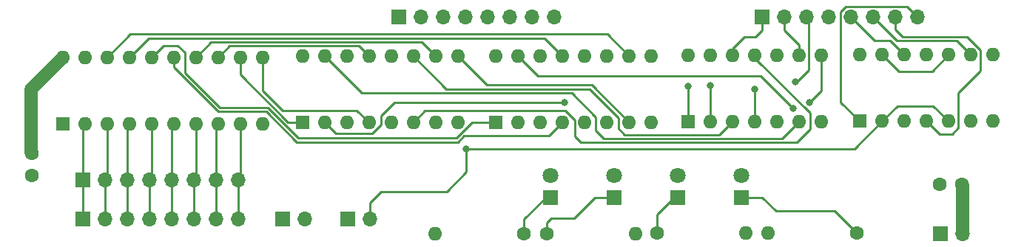
<source format=gbr>
%TF.GenerationSoftware,KiCad,Pcbnew,(5.1.9-0-10_14)*%
%TF.CreationDate,2021-04-29T01:47:43-04:00*%
%TF.ProjectId,ALU,414c552e-6b69-4636-9164-5f7063625858,rev?*%
%TF.SameCoordinates,Original*%
%TF.FileFunction,Copper,L1,Top*%
%TF.FilePolarity,Positive*%
%FSLAX46Y46*%
G04 Gerber Fmt 4.6, Leading zero omitted, Abs format (unit mm)*
G04 Created by KiCad (PCBNEW (5.1.9-0-10_14)) date 2021-04-29 01:47:43*
%MOMM*%
%LPD*%
G01*
G04 APERTURE LIST*
%TA.AperFunction,ComponentPad*%
%ADD10C,1.600000*%
%TD*%
%TA.AperFunction,ComponentPad*%
%ADD11O,1.700000X1.700000*%
%TD*%
%TA.AperFunction,ComponentPad*%
%ADD12R,1.700000X1.700000*%
%TD*%
%TA.AperFunction,ComponentPad*%
%ADD13O,1.600000X1.600000*%
%TD*%
%TA.AperFunction,ComponentPad*%
%ADD14R,1.600000X1.600000*%
%TD*%
%TA.AperFunction,ComponentPad*%
%ADD15C,1.800000*%
%TD*%
%TA.AperFunction,ComponentPad*%
%ADD16R,1.800000X1.800000*%
%TD*%
%TA.AperFunction,ViaPad*%
%ADD17C,0.800000*%
%TD*%
%TA.AperFunction,Conductor*%
%ADD18C,0.250000*%
%TD*%
%TA.AperFunction,Conductor*%
%ADD19C,1.500000*%
%TD*%
G04 APERTURE END LIST*
D10*
%TO.P,C4,2*%
%TO.N,GND*%
X19415760Y-52680240D03*
%TO.P,C4,1*%
%TO.N,VCC*%
X19415760Y-50180240D03*
%TD*%
D11*
%TO.P,J6,8*%
%TO.N,/Y1*%
X43053000Y-57683400D03*
%TO.P,J6,7*%
%TO.N,/Y2*%
X40513000Y-57683400D03*
%TO.P,J6,6*%
%TO.N,/Y3*%
X37973000Y-57683400D03*
%TO.P,J6,5*%
%TO.N,/Y4*%
X35433000Y-57683400D03*
%TO.P,J6,4*%
%TO.N,/Y5*%
X32893000Y-57683400D03*
%TO.P,J6,3*%
%TO.N,/Y6*%
X30353000Y-57683400D03*
%TO.P,J6,2*%
%TO.N,/Y7*%
X27813000Y-57683400D03*
D12*
%TO.P,J6,1*%
%TO.N,/Y8*%
X25273000Y-57683400D03*
%TD*%
D11*
%TO.P,J4,8*%
%TO.N,/Y1*%
X43042840Y-53233320D03*
%TO.P,J4,7*%
%TO.N,/Y2*%
X40502840Y-53233320D03*
%TO.P,J4,6*%
%TO.N,/Y3*%
X37962840Y-53233320D03*
%TO.P,J4,5*%
%TO.N,/Y4*%
X35422840Y-53233320D03*
%TO.P,J4,4*%
%TO.N,/Y5*%
X32882840Y-53233320D03*
%TO.P,J4,3*%
%TO.N,/Y6*%
X30342840Y-53233320D03*
%TO.P,J4,2*%
%TO.N,/Y7*%
X27802840Y-53233320D03*
D12*
%TO.P,J4,1*%
%TO.N,/Y8*%
X25262840Y-53233320D03*
%TD*%
D13*
%TO.P,U15,14*%
%TO.N,VCC*%
X94523560Y-38862000D03*
%TO.P,U15,7*%
%TO.N,GND*%
X109763560Y-46482000D03*
%TO.P,U15,13*%
%TO.N,/SUB*%
X97063560Y-38862000D03*
%TO.P,U15,6*%
%TO.N,Net-(U13-Pad15)*%
X107223560Y-46482000D03*
%TO.P,U15,12*%
%TO.N,B1*%
X99603560Y-38862000D03*
%TO.P,U15,5*%
%TO.N,/SUB*%
X104683560Y-46482000D03*
%TO.P,U15,11*%
%TO.N,Net-(U13-Pad6)*%
X102143560Y-38862000D03*
%TO.P,U15,4*%
%TO.N,B3*%
X102143560Y-46482000D03*
%TO.P,U15,10*%
%TO.N,/SUB*%
X104683560Y-38862000D03*
%TO.P,U15,3*%
%TO.N,Net-(U13-Pad11)*%
X99603560Y-46482000D03*
%TO.P,U15,9*%
%TO.N,B2*%
X107223560Y-38862000D03*
%TO.P,U15,2*%
%TO.N,/SUB*%
X97063560Y-46482000D03*
%TO.P,U15,8*%
%TO.N,Net-(U13-Pad2)*%
X109763560Y-38862000D03*
D14*
%TO.P,U15,1*%
%TO.N,B4*%
X94523560Y-46482000D03*
%TD*%
D13*
%TO.P,U14,14*%
%TO.N,VCC*%
X114173000Y-38851840D03*
%TO.P,U14,7*%
%TO.N,GND*%
X129413000Y-46471840D03*
%TO.P,U14,13*%
%TO.N,/SUB*%
X116713000Y-38851840D03*
%TO.P,U14,6*%
%TO.N,Net-(U12-Pad15)*%
X126873000Y-46471840D03*
%TO.P,U14,12*%
%TO.N,B5*%
X119253000Y-38851840D03*
%TO.P,U14,5*%
%TO.N,/SUB*%
X124333000Y-46471840D03*
%TO.P,U14,11*%
%TO.N,Net-(U12-Pad6)*%
X121793000Y-38851840D03*
%TO.P,U14,4*%
%TO.N,B7*%
X121793000Y-46471840D03*
%TO.P,U14,10*%
%TO.N,/SUB*%
X124333000Y-38851840D03*
%TO.P,U14,3*%
%TO.N,Net-(U12-Pad11)*%
X119253000Y-46471840D03*
%TO.P,U14,9*%
%TO.N,B6*%
X126873000Y-38851840D03*
%TO.P,U14,2*%
%TO.N,/SUB*%
X116713000Y-46471840D03*
%TO.P,U14,8*%
%TO.N,Net-(U12-Pad2)*%
X129413000Y-38851840D03*
D14*
%TO.P,U14,1*%
%TO.N,B8*%
X114173000Y-46471840D03*
%TD*%
D13*
%TO.P,U13,16*%
%TO.N,VCC*%
X50370740Y-38958520D03*
%TO.P,U13,8*%
%TO.N,GND*%
X68150740Y-46578520D03*
%TO.P,U13,15*%
%TO.N,Net-(U13-Pad15)*%
X52910740Y-38958520D03*
%TO.P,U13,7*%
%TO.N,/SUB*%
X65610740Y-46578520D03*
%TO.P,U13,14*%
%TO.N,A3*%
X55450740Y-38958520D03*
%TO.P,U13,6*%
%TO.N,Net-(U13-Pad6)*%
X63070740Y-46578520D03*
%TO.P,U13,13*%
%TO.N,/SUM3*%
X57990740Y-38958520D03*
%TO.P,U13,5*%
%TO.N,A1*%
X60530740Y-46578520D03*
%TO.P,U13,12*%
%TO.N,A4*%
X60530740Y-38958520D03*
%TO.P,U13,4*%
%TO.N,/SUM1*%
X57990740Y-46578520D03*
%TO.P,U13,11*%
%TO.N,Net-(U13-Pad11)*%
X63070740Y-38958520D03*
%TO.P,U13,3*%
%TO.N,A2*%
X55450740Y-46578520D03*
%TO.P,U13,10*%
%TO.N,/SUM4*%
X65610740Y-38958520D03*
%TO.P,U13,2*%
%TO.N,Net-(U13-Pad2)*%
X52910740Y-46578520D03*
%TO.P,U13,9*%
%TO.N,Net-(U12-Pad7)*%
X68150740Y-38958520D03*
D14*
%TO.P,U13,1*%
%TO.N,/SUM2*%
X50370740Y-46578520D03*
%TD*%
D13*
%TO.P,U12,16*%
%TO.N,VCC*%
X72527160Y-38958520D03*
%TO.P,U12,8*%
%TO.N,GND*%
X90307160Y-46578520D03*
%TO.P,U12,15*%
%TO.N,Net-(U12-Pad15)*%
X75067160Y-38958520D03*
%TO.P,U12,7*%
%TO.N,Net-(U12-Pad7)*%
X87767160Y-46578520D03*
%TO.P,U12,14*%
%TO.N,A7*%
X77607160Y-38958520D03*
%TO.P,U12,6*%
%TO.N,Net-(U12-Pad6)*%
X85227160Y-46578520D03*
%TO.P,U12,13*%
%TO.N,/SUM7*%
X80147160Y-38958520D03*
%TO.P,U12,5*%
%TO.N,A5*%
X82687160Y-46578520D03*
%TO.P,U12,12*%
%TO.N,A8*%
X82687160Y-38958520D03*
%TO.P,U12,4*%
%TO.N,/SUM5*%
X80147160Y-46578520D03*
%TO.P,U12,11*%
%TO.N,Net-(U12-Pad11)*%
X85227160Y-38958520D03*
%TO.P,U12,3*%
%TO.N,A6*%
X77607160Y-46578520D03*
%TO.P,U12,10*%
%TO.N,/SUM8*%
X87767160Y-38958520D03*
%TO.P,U12,2*%
%TO.N,Net-(U12-Pad2)*%
X75067160Y-46578520D03*
%TO.P,U12,9*%
%TO.N,/CARRY_OUT*%
X90307160Y-38958520D03*
D14*
%TO.P,U12,1*%
%TO.N,/SUM6*%
X72527160Y-46578520D03*
%TD*%
D13*
%TO.P,U11,20*%
%TO.N,VCC*%
X22961600Y-39126160D03*
%TO.P,U11,10*%
%TO.N,GND*%
X45821600Y-46746160D03*
%TO.P,U11,19*%
%TO.N,/SUM_OUT*%
X25501600Y-39126160D03*
%TO.P,U11,9*%
%TO.N,/Y1*%
X43281600Y-46746160D03*
%TO.P,U11,18*%
%TO.N,/SUM8*%
X28041600Y-39126160D03*
%TO.P,U11,8*%
%TO.N,/Y2*%
X40741600Y-46746160D03*
%TO.P,U11,17*%
%TO.N,/SUM7*%
X30581600Y-39126160D03*
%TO.P,U11,7*%
%TO.N,/Y3*%
X38201600Y-46746160D03*
%TO.P,U11,16*%
%TO.N,/SUM6*%
X33121600Y-39126160D03*
%TO.P,U11,6*%
%TO.N,/Y4*%
X35661600Y-46746160D03*
%TO.P,U11,15*%
%TO.N,/SUM5*%
X35661600Y-39126160D03*
%TO.P,U11,5*%
%TO.N,/Y5*%
X33121600Y-46746160D03*
%TO.P,U11,14*%
%TO.N,/SUM4*%
X38201600Y-39126160D03*
%TO.P,U11,4*%
%TO.N,/Y6*%
X30581600Y-46746160D03*
%TO.P,U11,13*%
%TO.N,/SUM3*%
X40741600Y-39126160D03*
%TO.P,U11,3*%
%TO.N,/Y7*%
X28041600Y-46746160D03*
%TO.P,U11,12*%
%TO.N,/SUM2*%
X43281600Y-39126160D03*
%TO.P,U11,2*%
%TO.N,/Y8*%
X25501600Y-46746160D03*
%TO.P,U11,11*%
%TO.N,/SUM1*%
X45821600Y-39126160D03*
D14*
%TO.P,U11,1*%
%TO.N,GND*%
X22961600Y-46746160D03*
%TD*%
D13*
%TO.P,R4,2*%
%TO.N,GND*%
X101147880Y-59319160D03*
D10*
%TO.P,R4,1*%
%TO.N,Net-(D28-Pad1)*%
X90987880Y-59319160D03*
%TD*%
D13*
%TO.P,R3,2*%
%TO.N,GND*%
X88473280Y-59375040D03*
D10*
%TO.P,R3,1*%
%TO.N,Net-(D27-Pad1)*%
X78313280Y-59375040D03*
%TD*%
D13*
%TO.P,R2,2*%
%TO.N,GND*%
X103672640Y-59339480D03*
D10*
%TO.P,R2,1*%
%TO.N,Net-(D26-Pad1)*%
X113832640Y-59339480D03*
%TD*%
D13*
%TO.P,R1,2*%
%TO.N,GND*%
X65577720Y-59375040D03*
D10*
%TO.P,R1,1*%
%TO.N,Net-(D25-Pad1)*%
X75737720Y-59375040D03*
%TD*%
D11*
%TO.P,J8,2*%
%TO.N,/CARRY_OUT*%
X50693320Y-57729120D03*
D12*
%TO.P,J8,1*%
%TO.N,/SUM8*%
X48153320Y-57729120D03*
%TD*%
D11*
%TO.P,J5,2*%
%TO.N,/SUB*%
X58105040Y-57678320D03*
D12*
%TO.P,J5,1*%
%TO.N,/SUM_OUT*%
X55565040Y-57678320D03*
%TD*%
D11*
%TO.P,J3,8*%
%TO.N,B8*%
X120771920Y-34493200D03*
%TO.P,J3,7*%
%TO.N,B7*%
X118231920Y-34493200D03*
%TO.P,J3,6*%
%TO.N,B6*%
X115691920Y-34493200D03*
%TO.P,J3,5*%
%TO.N,B5*%
X113151920Y-34493200D03*
%TO.P,J3,4*%
%TO.N,B4*%
X110611920Y-34493200D03*
%TO.P,J3,3*%
%TO.N,B3*%
X108071920Y-34493200D03*
%TO.P,J3,2*%
%TO.N,B2*%
X105531920Y-34493200D03*
D12*
%TO.P,J3,1*%
%TO.N,B1*%
X102991920Y-34493200D03*
%TD*%
D11*
%TO.P,J2,8*%
%TO.N,A8*%
X79227680Y-34498280D03*
%TO.P,J2,7*%
%TO.N,A7*%
X76687680Y-34498280D03*
%TO.P,J2,6*%
%TO.N,A6*%
X74147680Y-34498280D03*
%TO.P,J2,5*%
%TO.N,A5*%
X71607680Y-34498280D03*
%TO.P,J2,4*%
%TO.N,A4*%
X69067680Y-34498280D03*
%TO.P,J2,3*%
%TO.N,A3*%
X66527680Y-34498280D03*
%TO.P,J2,2*%
%TO.N,A2*%
X63987680Y-34498280D03*
D12*
%TO.P,J2,1*%
%TO.N,A1*%
X61447680Y-34498280D03*
%TD*%
D11*
%TO.P,J1,2*%
%TO.N,VCC*%
X125928120Y-59385200D03*
D12*
%TO.P,J1,1*%
%TO.N,GND*%
X123388120Y-59385200D03*
%TD*%
D15*
%TO.P,D28,2*%
%TO.N,/CARRY_OUT*%
X93309440Y-52679600D03*
D16*
%TO.P,D28,1*%
%TO.N,Net-(D28-Pad1)*%
X93309440Y-55219600D03*
%TD*%
D15*
%TO.P,D27,2*%
%TO.N,/SUM8*%
X86014560Y-52679600D03*
D16*
%TO.P,D27,1*%
%TO.N,Net-(D27-Pad1)*%
X86014560Y-55219600D03*
%TD*%
D15*
%TO.P,D26,2*%
%TO.N,/SUB*%
X100655120Y-52715160D03*
D16*
%TO.P,D26,1*%
%TO.N,Net-(D26-Pad1)*%
X100655120Y-55255160D03*
%TD*%
D15*
%TO.P,D25,2*%
%TO.N,/SUM_OUT*%
X78729840Y-52699920D03*
D16*
%TO.P,D25,1*%
%TO.N,Net-(D25-Pad1)*%
X78729840Y-55239920D03*
%TD*%
D10*
%TO.P,C5,2*%
%TO.N,GND*%
X123331600Y-53700680D03*
%TO.P,C5,1*%
%TO.N,VCC*%
X125831600Y-53700680D03*
%TD*%
D17*
%TO.N,B4*%
X94482920Y-42468800D03*
%TO.N,B3*%
X106766360Y-41955720D03*
X102118160Y-42753280D03*
%TO.N,/SUB*%
X97063560Y-42357040D03*
X69148960Y-49616362D03*
%TO.N,Net-(U12-Pad15)*%
X106547920Y-45034200D03*
%TO.N,Net-(U13-Pad2)*%
X108417360Y-44302680D03*
X80370680Y-44302680D03*
%TD*%
D18*
%TO.N,VCC*%
X125928120Y-53797200D02*
X125831600Y-53700680D01*
D19*
X125928120Y-59385200D02*
X125928120Y-53797200D01*
X22961600Y-39126160D02*
X19319240Y-42768520D01*
D18*
X19319240Y-50083720D02*
X19415760Y-50180240D01*
D19*
X19319240Y-42768520D02*
X19319240Y-50083720D01*
D18*
%TO.N,B8*%
X111976919Y-44275759D02*
X114173000Y-46471840D01*
X111976919Y-33929199D02*
X111976919Y-44275759D01*
X112587919Y-33318199D02*
X111976919Y-33929199D01*
X119596919Y-33318199D02*
X112587919Y-33318199D01*
X120771920Y-34493200D02*
X119596919Y-33318199D01*
%TO.N,B7*%
X118231920Y-34493200D02*
X118231920Y-35910520D01*
X118231920Y-35910520D02*
X119095520Y-36774120D01*
X119095520Y-36774120D02*
X126476760Y-36774120D01*
X127998001Y-38295361D02*
X127998001Y-40637679D01*
X126476760Y-36774120D02*
X127998001Y-38295361D01*
X125458001Y-43177679D02*
X125458001Y-47231519D01*
X127998001Y-40637679D02*
X125458001Y-43177679D01*
X125458001Y-47231519D02*
X124719080Y-47970440D01*
X123291600Y-47970440D02*
X121793000Y-46471840D01*
X124719080Y-47970440D02*
X123291600Y-47970440D01*
%TO.N,B6*%
X118422851Y-37224131D02*
X125245291Y-37224131D01*
X115691920Y-34493200D02*
X118422851Y-37224131D01*
X125245291Y-37224131D02*
X126873000Y-38851840D01*
%TO.N,B5*%
X113151920Y-34493200D02*
X115882851Y-37224131D01*
X115882851Y-37224131D02*
X117625291Y-37224131D01*
X117625291Y-37224131D02*
X119253000Y-38851840D01*
%TO.N,B4*%
X94482920Y-46441360D02*
X94523560Y-46482000D01*
X94482920Y-42468800D02*
X94482920Y-46441360D01*
%TO.N,B3*%
X108348561Y-34769841D02*
X108348561Y-40571639D01*
X108071920Y-34493200D02*
X108348561Y-34769841D01*
X106964480Y-41955720D02*
X106766360Y-41955720D01*
X108348561Y-40571639D02*
X106964480Y-41955720D01*
X102118160Y-46456600D02*
X102143560Y-46482000D01*
X102118160Y-42753280D02*
X102118160Y-46456600D01*
%TO.N,B2*%
X105531920Y-34493200D02*
X105531920Y-36017200D01*
X107223560Y-37708840D02*
X107223560Y-38862000D01*
X105531920Y-36017200D02*
X107223560Y-37708840D01*
%TO.N,B1*%
X100924360Y-36774120D02*
X99603560Y-38094920D01*
X99603560Y-38094920D02*
X99603560Y-38862000D01*
X102991920Y-36017200D02*
X102235000Y-36774120D01*
X102235000Y-36774120D02*
X100924360Y-36774120D01*
X102991920Y-34493200D02*
X102991920Y-36017200D01*
%TO.N,/Y1*%
X43042840Y-57673240D02*
X43053000Y-57683400D01*
X43042840Y-53233320D02*
X43042840Y-57673240D01*
X43281600Y-52994560D02*
X43042840Y-53233320D01*
X43281600Y-46746160D02*
X43281600Y-52994560D01*
%TO.N,/Y2*%
X40502840Y-57673240D02*
X40513000Y-57683400D01*
X40502840Y-53233320D02*
X40502840Y-57673240D01*
X40502840Y-46984920D02*
X40741600Y-46746160D01*
X40502840Y-53233320D02*
X40502840Y-46984920D01*
%TO.N,/Y3*%
X37962840Y-57673240D02*
X37973000Y-57683400D01*
X37962840Y-53233320D02*
X37962840Y-57673240D01*
X38201600Y-52994560D02*
X37962840Y-53233320D01*
X38201600Y-46746160D02*
X38201600Y-52994560D01*
%TO.N,/Y4*%
X35422840Y-57673240D02*
X35433000Y-57683400D01*
X35422840Y-53233320D02*
X35422840Y-57673240D01*
X35422840Y-46984920D02*
X35661600Y-46746160D01*
X35422840Y-53233320D02*
X35422840Y-46984920D01*
%TO.N,/Y5*%
X32882840Y-57673240D02*
X32893000Y-57683400D01*
X32882840Y-53233320D02*
X32882840Y-57673240D01*
X33121600Y-52994560D02*
X32882840Y-53233320D01*
X33121600Y-46746160D02*
X33121600Y-52994560D01*
%TO.N,/Y6*%
X30342840Y-57673240D02*
X30353000Y-57683400D01*
X30342840Y-53233320D02*
X30342840Y-57673240D01*
X30342840Y-46984920D02*
X30581600Y-46746160D01*
X30342840Y-53233320D02*
X30342840Y-46984920D01*
%TO.N,/Y7*%
X27813000Y-53243480D02*
X27802840Y-53233320D01*
X27813000Y-57683400D02*
X27813000Y-53243480D01*
X28041600Y-52994560D02*
X27802840Y-53233320D01*
X28041600Y-46746160D02*
X28041600Y-52994560D01*
%TO.N,/Y8*%
X25262840Y-57673240D02*
X25273000Y-57683400D01*
X25262840Y-53233320D02*
X25262840Y-57673240D01*
X25262840Y-46984920D02*
X25501600Y-46746160D01*
X25262840Y-53233320D02*
X25262840Y-46984920D01*
%TO.N,Net-(D25-Pad1)*%
X78729840Y-55239920D02*
X78221840Y-55239920D01*
X75737720Y-57724040D02*
X75737720Y-59375040D01*
X78221840Y-55239920D02*
X75737720Y-57724040D01*
%TO.N,Net-(D26-Pad1)*%
X100655120Y-55255160D02*
X103017320Y-55255160D01*
X103017320Y-55255160D02*
X104561640Y-56799480D01*
X111292640Y-56799480D02*
X113832640Y-59339480D01*
X104561640Y-56799480D02*
X111292640Y-56799480D01*
%TO.N,Net-(D27-Pad1)*%
X86014560Y-55219600D02*
X83870800Y-55219600D01*
X83870800Y-55219600D02*
X81498440Y-57591960D01*
X81498440Y-57591960D02*
X78841600Y-57591960D01*
X78313280Y-58120280D02*
X78313280Y-59375040D01*
X78841600Y-57591960D02*
X78313280Y-58120280D01*
%TO.N,Net-(D28-Pad1)*%
X93309440Y-55219600D02*
X92943680Y-55219600D01*
X90987880Y-57175400D02*
X90987880Y-59319160D01*
X92943680Y-55219600D02*
X90987880Y-57175400D01*
%TO.N,/SUB*%
X116713000Y-38851840D02*
X118618000Y-40756840D01*
X122428000Y-40756840D02*
X124333000Y-38851840D01*
X118618000Y-40756840D02*
X122428000Y-40756840D01*
X116713000Y-46471840D02*
X118485920Y-44698920D01*
X122560080Y-44698920D02*
X124333000Y-46471840D01*
X118485920Y-44698920D02*
X122560080Y-44698920D01*
X97063560Y-46482000D02*
X97063560Y-42357040D01*
X116713000Y-46471840D02*
X113568478Y-49616362D01*
X113568478Y-49616362D02*
X69148960Y-49616362D01*
X69148960Y-49616362D02*
X69148960Y-52293520D01*
X69148960Y-52293520D02*
X66878200Y-54564280D01*
X66878200Y-54564280D02*
X59339480Y-54564280D01*
X58105040Y-55798720D02*
X58105040Y-57678320D01*
X59339480Y-54564280D02*
X58105040Y-55798720D01*
%TO.N,/SUM8*%
X85288120Y-36479480D02*
X87767160Y-38958520D01*
X28041600Y-39126160D02*
X30688280Y-36479480D01*
X30688280Y-36479480D02*
X85288120Y-36479480D01*
%TO.N,/SUM7*%
X78118131Y-36929491D02*
X80147160Y-38958520D01*
X32778269Y-36929491D02*
X78118131Y-36929491D01*
X30581600Y-39126160D02*
X32778269Y-36929491D01*
%TO.N,/SUM6*%
X34477960Y-37769800D02*
X36134040Y-37769800D01*
X33121600Y-39126160D02*
X34477960Y-37769800D01*
X36931600Y-40904160D02*
X40919400Y-44891960D01*
X68055228Y-48355519D02*
X69832227Y-46578520D01*
X36931600Y-38567360D02*
X36931600Y-40904160D01*
X69832227Y-46578520D02*
X72527160Y-46578520D01*
X40919400Y-44891960D02*
X46404391Y-44891960D01*
X46404391Y-44891960D02*
X49867950Y-48355519D01*
X36134040Y-37769800D02*
X36931600Y-38567360D01*
X49867950Y-48355519D02*
X68055228Y-48355519D01*
%TO.N,/SUM5*%
X49767379Y-48891359D02*
X68155799Y-48891359D01*
X35661600Y-39126160D02*
X35661600Y-40270571D01*
X40733000Y-45341971D02*
X46217991Y-45341971D01*
X78560761Y-48164919D02*
X80147160Y-46578520D01*
X68155799Y-48891359D02*
X68882239Y-48164919D01*
X68882239Y-48164919D02*
X78560761Y-48164919D01*
X35661600Y-40270571D02*
X40733000Y-45341971D01*
X46217991Y-45341971D02*
X49767379Y-48891359D01*
%TO.N,/SUM4*%
X38201600Y-39126160D02*
X39948258Y-37379502D01*
X39948258Y-37379502D02*
X64031722Y-37379502D01*
X64031722Y-37379502D02*
X65610740Y-38958520D01*
%TO.N,/SUM3*%
X56861733Y-37829513D02*
X57990740Y-38958520D01*
X42038247Y-37829513D02*
X56861733Y-37829513D01*
X40741600Y-39126160D02*
X42038247Y-37829513D01*
%TO.N,/SUM2*%
X43281600Y-41132760D02*
X48727360Y-46578520D01*
X43281600Y-39126160D02*
X43281600Y-41132760D01*
X48727360Y-46578520D02*
X50370740Y-46578520D01*
%TO.N,/SUM1*%
X56619140Y-45206920D02*
X57990740Y-46578520D01*
X45821600Y-42926000D02*
X48102520Y-45206920D01*
X48102520Y-45206920D02*
X56619140Y-45206920D01*
X45821600Y-39126160D02*
X45821600Y-42926000D01*
%TO.N,Net-(U12-Pad15)*%
X75067160Y-38958520D02*
X77353160Y-41244520D01*
X77353160Y-41244520D02*
X102834440Y-41244520D01*
X106547920Y-44958000D02*
X106547920Y-45034200D01*
X102834440Y-41244520D02*
X106547920Y-44958000D01*
%TO.N,Net-(U12-Pad7)*%
X71496349Y-42304129D02*
X83492769Y-42304129D01*
X68150740Y-38958520D02*
X71496349Y-42304129D01*
X83492769Y-42304129D02*
X87767160Y-46578520D01*
%TO.N,Net-(U13-Pad15)*%
X57156371Y-43204151D02*
X81192391Y-43204151D01*
X84846160Y-48453040D02*
X105252520Y-48453040D01*
X81192391Y-43204151D02*
X83967320Y-45979080D01*
X105252520Y-48453040D02*
X107223560Y-46482000D01*
X83967320Y-45979080D02*
X83967320Y-47574200D01*
X52910740Y-38958520D02*
X57156371Y-43204151D01*
X83967320Y-47574200D02*
X84846160Y-48453040D01*
%TO.N,Net-(U13-Pad6)*%
X108483400Y-45542200D02*
X102143560Y-39202360D01*
X63070740Y-46578520D02*
X64411860Y-45237400D01*
X80471042Y-45237400D02*
X81562159Y-46328517D01*
X64411860Y-45237400D02*
X80471042Y-45237400D01*
X82229960Y-48915320D02*
X106939080Y-48915320D01*
X106939080Y-48915320D02*
X108483400Y-47371000D01*
X81562159Y-48247519D02*
X82229960Y-48915320D01*
X108483400Y-47371000D02*
X108483400Y-45542200D01*
X81562159Y-46328517D02*
X81562159Y-48247519D01*
X102143560Y-39202360D02*
X102143560Y-38862000D01*
%TO.N,Net-(U13-Pad11)*%
X63070740Y-38958520D02*
X66866360Y-42754140D01*
X87215549Y-48003029D02*
X98082531Y-48003029D01*
X66866360Y-42754140D02*
X83225881Y-42754140D01*
X86532720Y-47320200D02*
X87215549Y-48003029D01*
X86532720Y-46060979D02*
X86532720Y-47320200D01*
X83225881Y-42754140D02*
X86532720Y-46060979D01*
X98082531Y-48003029D02*
X99603560Y-46482000D01*
%TO.N,Net-(U13-Pad2)*%
X108417360Y-44302680D02*
X109783880Y-42936160D01*
X109783880Y-38882320D02*
X109763560Y-38862000D01*
X109783880Y-42936160D02*
X109783880Y-38882320D01*
X60924440Y-44343320D02*
X80330040Y-44343320D01*
X59405739Y-45862021D02*
X60924440Y-44343320D01*
X58345102Y-47889160D02*
X59405739Y-46828523D01*
X52910740Y-46578520D02*
X54221380Y-47889160D01*
X54221380Y-47889160D02*
X58345102Y-47889160D01*
X80330040Y-44343320D02*
X80370680Y-44302680D01*
X59405739Y-46828523D02*
X59405739Y-45862021D01*
%TD*%
M02*

</source>
